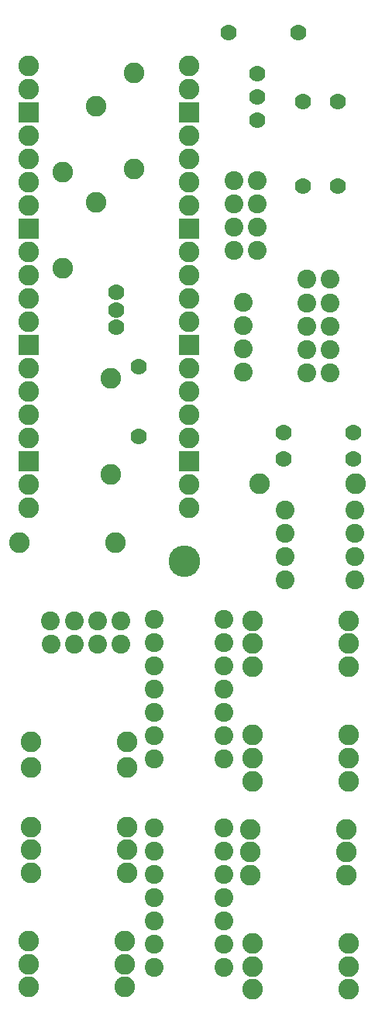
<source format=gbr>
G04 DesignSpark PCB Gerber Version 9.0 Build 5138 *
%FSLAX35Y35*%
%MOMM*%
%ADD90R,2.25400X2.25400*%
%ADD71C,1.77800*%
%ADD138C,2.05400*%
%ADD20C,2.25400*%
%ADD130C,3.45400*%
X0Y0D02*
D02*
D71*
X1240240Y7546740D03*
Y7737240D03*
Y7927740D03*
X1482740Y6353240D03*
Y7115240D03*
X2470740Y10765240D03*
X2782740Y9811240D03*
Y10065240D03*
Y10319240D03*
X3073240Y6111740D03*
Y6396740D03*
X3232740Y10765240D03*
X3282740Y9090240D03*
Y10015240D03*
X3663740Y9090240D03*
Y10015240D03*
X3835240Y6111740D03*
Y6396740D03*
D02*
D20*
X180740Y5190240D03*
X280740Y340240D03*
Y590240D03*
Y840240D03*
X283800Y5575240D03*
Y5829240D03*
Y6337240D03*
Y6591240D03*
Y6845240D03*
Y7099240D03*
Y7607240D03*
Y7861240D03*
Y8115240D03*
Y8369240D03*
Y8877240D03*
Y9131240D03*
Y9385240D03*
Y9639240D03*
Y10147240D03*
Y10401240D03*
X305740Y1590240D03*
Y1840240D03*
Y2090240D03*
Y2740240D03*
Y3015240D03*
X657740Y8188240D03*
Y9238240D03*
X1020240Y8909740D03*
Y9959740D03*
X1182740Y5938240D03*
Y6988240D03*
X1230740Y5190240D03*
X1330740Y340240D03*
Y590240D03*
Y840240D03*
X1355740Y1590240D03*
Y1840240D03*
Y2090240D03*
Y2740240D03*
Y3015240D03*
X1432740Y9274740D03*
Y10324740D03*
X2033800Y5575240D03*
Y5829240D03*
Y6337240D03*
Y6591240D03*
Y6845240D03*
Y7099240D03*
Y7607240D03*
Y7861240D03*
Y8115240D03*
Y8369240D03*
Y8877240D03*
Y9131240D03*
Y9385240D03*
Y9639240D03*
Y10147240D03*
Y10401240D03*
X2705740Y1565240D03*
Y1815240D03*
Y2065240D03*
X2730740Y315240D03*
Y565240D03*
Y815240D03*
Y2590240D03*
Y2840240D03*
Y3090240D03*
Y3840240D03*
Y4090240D03*
Y4340240D03*
X2805740Y5840240D03*
X3755740Y1565240D03*
Y1815240D03*
Y2065240D03*
X3780740Y315240D03*
Y565240D03*
Y815240D03*
Y2590240D03*
Y2840240D03*
Y3090240D03*
Y3840240D03*
Y4090240D03*
Y4340240D03*
X3855740Y5840240D03*
D02*
D90*
X283800Y6083240D03*
Y7353240D03*
Y8623240D03*
Y9893240D03*
X2033800Y6083240D03*
Y7353240D03*
Y8623240D03*
Y9893240D03*
D02*
D130*
X1982740Y4990240D03*
D02*
D138*
X523740Y4340240D03*
X525240Y4084740D03*
X779240D03*
Y4338740D03*
X1033240Y4084740D03*
Y4338740D03*
X1287240Y4084740D03*
Y4338740D03*
X1652740Y555240D03*
Y809240D03*
Y1063240D03*
Y1317240D03*
Y1571240D03*
Y1825240D03*
Y2079240D03*
X1654740Y2830240D03*
Y3084240D03*
Y3338240D03*
Y3592240D03*
Y3846240D03*
Y4100240D03*
Y4354240D03*
X2414740Y555240D03*
Y809240D03*
Y1063240D03*
Y1317240D03*
Y1571240D03*
Y1825240D03*
Y2079240D03*
X2416740Y2830240D03*
Y3084240D03*
Y3338240D03*
Y3592240D03*
Y3846240D03*
Y4100240D03*
Y4354240D03*
X2527240Y8385740D03*
Y8639740D03*
Y8893740D03*
Y9147740D03*
X2632740Y7053240D03*
Y7307240D03*
Y7561240D03*
Y7815240D03*
X2781240Y8385740D03*
Y8639740D03*
Y8893740D03*
X2782740Y9149240D03*
X3089740Y4784040D03*
Y5038040D03*
Y5292040D03*
Y5546040D03*
X3326240Y7050740D03*
Y7304740D03*
Y7558740D03*
Y7812740D03*
Y8072740D03*
X3580240Y7050740D03*
Y7304740D03*
Y7558740D03*
Y7812740D03*
Y8072740D03*
X3851740Y4784040D03*
Y5038040D03*
Y5292040D03*
Y5546040D03*
X0Y0D02*
M02*

</source>
